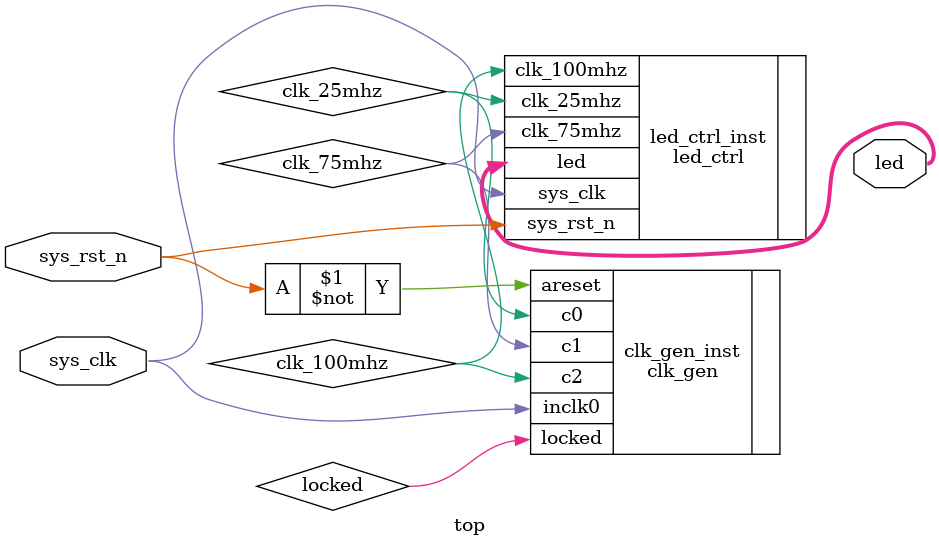
<source format=v>
module top (
    input sys_clk,
    input sys_rst_n,
    output [3:0] led
);
    wire clk_25mhz;
    wire clk_75mhz;
    wire clk_100mhz;

    clk_gen	clk_gen_inst (
        .areset (~sys_rst_n),
        .inclk0 (sys_clk),
        .c0 (clk_25mhz),
        .c1 (clk_75mhz),
        .c2 (clk_100mhz),
        .locked (locked)
    );

    led_ctrl led_ctrl_inst (
        .sys_clk (sys_clk),
        .sys_rst_n (sys_rst_n),
        .clk_25mhz (clk_25mhz),
        .clk_75mhz (clk_75mhz),
        .clk_100mhz (clk_100mhz),
        .led (led)
    );
endmodule
</source>
